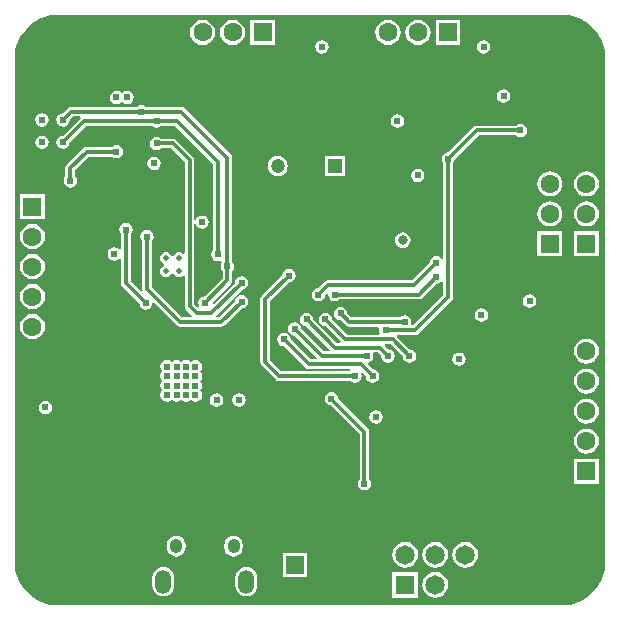
<source format=gbl>
G04*
G04 #@! TF.GenerationSoftware,Altium Limited,Altium Designer,21.7.1 (17)*
G04*
G04 Layer_Physical_Order=4*
G04 Layer_Color=16711680*
%FSLAX42Y42*%
%MOMM*%
G71*
G04*
G04 #@! TF.SameCoordinates,023FFD1A-8B7E-49EE-8FAD-F7FEFAD85E63*
G04*
G04*
G04 #@! TF.FilePolarity,Positive*
G04*
G01*
G75*
%ADD14C,0.30*%
%ADD81C,5.08*%
%ADD82O,1.35X2.00*%
%ADD83O,1.05X1.25*%
%ADD84C,1.60*%
%ADD85R,1.60X1.60*%
%ADD86R,1.20X1.20*%
%ADD87C,1.20*%
%ADD88R,1.60X1.60*%
%ADD89C,1.55*%
%ADD90R,1.55X1.55*%
%ADD91R,1.65X1.65*%
%ADD92C,1.65*%
%ADD93C,0.61*%
%ADD94C,0.40*%
%ADD95C,0.80*%
%ADD96C,0.50*%
G36*
X7202Y7494D02*
X7249Y7481D01*
X7294Y7463D01*
X7336Y7438D01*
X7374Y7409D01*
X7409Y7374D01*
X7438Y7336D01*
X7463Y7294D01*
X7481Y7249D01*
X7494Y7202D01*
X7500Y7154D01*
X7500Y7130D01*
X7500D01*
X7500Y2870D01*
Y2846D01*
X7494Y2798D01*
X7481Y2751D01*
X7463Y2706D01*
X7438Y2664D01*
X7409Y2626D01*
X7374Y2591D01*
X7336Y2562D01*
X7294Y2537D01*
X7249Y2519D01*
X7202Y2506D01*
X7154Y2500D01*
X7130D01*
X2870Y2500D01*
X2846D01*
X2798Y2506D01*
X2751Y2519D01*
X2706Y2537D01*
X2664Y2562D01*
X2626Y2591D01*
X2591Y2626D01*
X2562Y2664D01*
X2537Y2706D01*
X2519Y2751D01*
X2506Y2798D01*
X2500Y2846D01*
Y2870D01*
X2500Y7130D01*
Y7154D01*
X2506Y7202D01*
X2519Y7249D01*
X2537Y7294D01*
X2562Y7336D01*
X2591Y7374D01*
X2626Y7409D01*
X2664Y7438D01*
X2706Y7463D01*
X2751Y7481D01*
X2798Y7494D01*
X2846Y7500D01*
X2870Y7500D01*
X2870Y7500D01*
X7154D01*
X7202Y7494D01*
D02*
G37*
%LPC*%
G36*
X6273Y7455D02*
X6063D01*
Y7245D01*
X6273D01*
Y7455D01*
D02*
G37*
G36*
X4703D02*
X4493D01*
Y7245D01*
X4703D01*
Y7455D01*
D02*
G37*
G36*
X5914Y7456D02*
X5886Y7453D01*
X5861Y7442D01*
X5839Y7425D01*
X5822Y7403D01*
X5811Y7378D01*
X5808Y7350D01*
X5811Y7322D01*
X5822Y7297D01*
X5839Y7275D01*
X5861Y7258D01*
X5886Y7247D01*
X5914Y7244D01*
X5942Y7247D01*
X5967Y7258D01*
X5989Y7275D01*
X6006Y7297D01*
X6017Y7322D01*
X6020Y7350D01*
X6017Y7378D01*
X6006Y7403D01*
X5989Y7425D01*
X5967Y7442D01*
X5942Y7453D01*
X5914Y7456D01*
D02*
G37*
G36*
X5660D02*
X5632Y7453D01*
X5607Y7442D01*
X5585Y7425D01*
X5568Y7403D01*
X5557Y7378D01*
X5554Y7350D01*
X5557Y7322D01*
X5568Y7297D01*
X5585Y7275D01*
X5607Y7258D01*
X5632Y7247D01*
X5660Y7244D01*
X5688Y7247D01*
X5713Y7258D01*
X5735Y7275D01*
X5752Y7297D01*
X5763Y7322D01*
X5766Y7350D01*
X5763Y7378D01*
X5752Y7403D01*
X5735Y7425D01*
X5713Y7442D01*
X5688Y7453D01*
X5660Y7456D01*
D02*
G37*
G36*
X4344D02*
X4316Y7453D01*
X4291Y7442D01*
X4269Y7425D01*
X4252Y7403D01*
X4241Y7378D01*
X4238Y7350D01*
X4241Y7322D01*
X4252Y7297D01*
X4269Y7275D01*
X4291Y7258D01*
X4316Y7247D01*
X4344Y7244D01*
X4372Y7247D01*
X4397Y7258D01*
X4419Y7275D01*
X4436Y7297D01*
X4447Y7322D01*
X4450Y7350D01*
X4447Y7378D01*
X4436Y7403D01*
X4419Y7425D01*
X4397Y7442D01*
X4372Y7453D01*
X4344Y7456D01*
D02*
G37*
G36*
X4090D02*
X4062Y7453D01*
X4037Y7442D01*
X4015Y7425D01*
X3998Y7403D01*
X3987Y7378D01*
X3984Y7350D01*
X3987Y7322D01*
X3998Y7297D01*
X4015Y7275D01*
X4037Y7258D01*
X4062Y7247D01*
X4090Y7244D01*
X4118Y7247D01*
X4143Y7258D01*
X4165Y7275D01*
X4182Y7297D01*
X4193Y7322D01*
X4196Y7350D01*
X4193Y7378D01*
X4182Y7403D01*
X4165Y7425D01*
X4143Y7442D01*
X4118Y7453D01*
X4090Y7456D01*
D02*
G37*
G36*
X6470Y7284D02*
X6448Y7280D01*
X6430Y7268D01*
X6417Y7249D01*
X6413Y7228D01*
X6417Y7206D01*
X6430Y7187D01*
X6448Y7175D01*
X6470Y7171D01*
X6492Y7175D01*
X6510Y7187D01*
X6523Y7206D01*
X6527Y7228D01*
X6523Y7249D01*
X6510Y7268D01*
X6492Y7280D01*
X6470Y7284D01*
D02*
G37*
G36*
X5100D02*
X5078Y7280D01*
X5060Y7268D01*
X5047Y7249D01*
X5043Y7228D01*
X5047Y7206D01*
X5060Y7187D01*
X5078Y7175D01*
X5100Y7171D01*
X5122Y7175D01*
X5140Y7187D01*
X5153Y7206D01*
X5157Y7228D01*
X5153Y7249D01*
X5140Y7268D01*
X5122Y7280D01*
X5100Y7284D01*
D02*
G37*
G36*
X3450Y6857D02*
X3428Y6853D01*
X3414Y6843D01*
X3405Y6841D01*
X3396Y6843D01*
X3382Y6853D01*
X3360Y6857D01*
X3338Y6853D01*
X3320Y6840D01*
X3307Y6822D01*
X3303Y6800D01*
X3307Y6778D01*
X3320Y6760D01*
X3338Y6747D01*
X3360Y6743D01*
X3382Y6747D01*
X3396Y6757D01*
X3405Y6759D01*
X3414Y6757D01*
X3428Y6747D01*
X3450Y6743D01*
X3472Y6747D01*
X3490Y6760D01*
X3503Y6778D01*
X3507Y6800D01*
X3503Y6822D01*
X3490Y6840D01*
X3472Y6853D01*
X3450Y6857D01*
D02*
G37*
G36*
X6640Y6867D02*
X6618Y6863D01*
X6600Y6850D01*
X6587Y6832D01*
X6583Y6810D01*
X6587Y6788D01*
X6600Y6770D01*
X6618Y6757D01*
X6640Y6753D01*
X6662Y6757D01*
X6680Y6770D01*
X6693Y6788D01*
X6697Y6810D01*
X6693Y6832D01*
X6680Y6850D01*
X6662Y6863D01*
X6640Y6867D01*
D02*
G37*
G36*
X2730Y6667D02*
X2708Y6663D01*
X2690Y6650D01*
X2677Y6632D01*
X2673Y6610D01*
X2677Y6588D01*
X2690Y6570D01*
X2708Y6557D01*
X2730Y6553D01*
X2752Y6557D01*
X2770Y6570D01*
X2783Y6588D01*
X2787Y6610D01*
X2783Y6632D01*
X2770Y6650D01*
X2752Y6663D01*
X2730Y6667D01*
D02*
G37*
G36*
X5740Y6657D02*
X5718Y6653D01*
X5700Y6640D01*
X5687Y6622D01*
X5683Y6600D01*
X5687Y6578D01*
X5700Y6560D01*
X5718Y6547D01*
X5740Y6543D01*
X5762Y6547D01*
X5780Y6560D01*
X5793Y6578D01*
X5797Y6600D01*
X5793Y6622D01*
X5780Y6640D01*
X5762Y6653D01*
X5740Y6657D01*
D02*
G37*
G36*
X6780Y6577D02*
X6758Y6573D01*
X6741Y6561D01*
X6410D01*
X6394Y6558D01*
X6381Y6549D01*
X6168Y6337D01*
X6148Y6333D01*
X6130Y6320D01*
X6117Y6302D01*
X6113Y6280D01*
X6117Y6258D01*
X6129Y6241D01*
Y5435D01*
X6116Y5432D01*
X6110Y5440D01*
X6092Y5453D01*
X6070Y5457D01*
X6048Y5453D01*
X6030Y5440D01*
X6017Y5422D01*
X6013Y5402D01*
X5863Y5251D01*
X5150D01*
X5134Y5248D01*
X5121Y5239D01*
X5068Y5187D01*
X5048Y5183D01*
X5030Y5170D01*
X5017Y5152D01*
X5013Y5130D01*
X5017Y5108D01*
X5030Y5090D01*
X5048Y5077D01*
X5070Y5073D01*
X5092Y5077D01*
X5110Y5090D01*
X5123Y5108D01*
X5127Y5128D01*
X5143Y5145D01*
X5155Y5138D01*
X5153Y5130D01*
X5157Y5108D01*
X5170Y5090D01*
X5188Y5077D01*
X5210Y5073D01*
X5232Y5077D01*
X5249Y5089D01*
X5920D01*
X5936Y5092D01*
X5949Y5101D01*
X6072Y5223D01*
X6092Y5227D01*
X6110Y5240D01*
X6116Y5248D01*
X6129Y5245D01*
Y5127D01*
X5873Y4871D01*
X5860Y4872D01*
X5854Y4883D01*
X5857Y4900D01*
X5853Y4922D01*
X5840Y4940D01*
X5822Y4953D01*
X5800Y4957D01*
X5778Y4953D01*
X5761Y4941D01*
X5347D01*
X5317Y4972D01*
X5313Y4992D01*
X5300Y5010D01*
X5282Y5023D01*
X5260Y5027D01*
X5238Y5023D01*
X5220Y5010D01*
X5207Y4992D01*
X5203Y4970D01*
X5207Y4948D01*
X5220Y4930D01*
X5238Y4917D01*
X5258Y4913D01*
X5301Y4871D01*
X5314Y4862D01*
X5330Y4859D01*
X5579D01*
X5586Y4846D01*
X5583Y4829D01*
X5587Y4807D01*
X5591Y4802D01*
X5585Y4791D01*
X5317D01*
X5187Y4922D01*
X5183Y4942D01*
X5170Y4960D01*
X5152Y4973D01*
X5130Y4977D01*
X5108Y4973D01*
X5090Y4960D01*
X5077Y4942D01*
X5073Y4920D01*
X5077Y4898D01*
X5090Y4880D01*
X5108Y4867D01*
X5128Y4863D01*
X5258Y4734D01*
X5253Y4722D01*
X5226D01*
X5027Y4922D01*
X5023Y4942D01*
X5010Y4960D01*
X4992Y4973D01*
X4970Y4977D01*
X4948Y4973D01*
X4930Y4960D01*
X4917Y4942D01*
X4913Y4920D01*
X4917Y4898D01*
X4930Y4880D01*
X4948Y4867D01*
X4968Y4863D01*
X5168Y4664D01*
X5163Y4651D01*
X5117D01*
X4927Y4842D01*
X4923Y4862D01*
X4910Y4880D01*
X4892Y4893D01*
X4870Y4897D01*
X4848Y4893D01*
X4830Y4880D01*
X4817Y4862D01*
X4813Y4840D01*
X4817Y4818D01*
X4830Y4800D01*
X4848Y4787D01*
X4868Y4783D01*
X5059Y4593D01*
X5054Y4581D01*
X5007D01*
X4837Y4752D01*
X4833Y4772D01*
X4820Y4790D01*
X4802Y4803D01*
X4780Y4807D01*
X4758Y4803D01*
X4740Y4790D01*
X4727Y4772D01*
X4723Y4750D01*
X4727Y4728D01*
X4740Y4710D01*
X4758Y4697D01*
X4778Y4693D01*
X4961Y4511D01*
X4974Y4502D01*
X4990Y4499D01*
X5336D01*
X5342Y4486D01*
X5337Y4481D01*
X4757D01*
X4661Y4577D01*
Y5073D01*
X4822Y5233D01*
X4842Y5237D01*
X4860Y5250D01*
X4873Y5268D01*
X4877Y5290D01*
X4873Y5312D01*
X4860Y5330D01*
X4842Y5343D01*
X4820Y5347D01*
X4798Y5343D01*
X4780Y5330D01*
X4767Y5312D01*
X4763Y5292D01*
X4591Y5119D01*
X4582Y5106D01*
X4579Y5090D01*
Y4560D01*
X4582Y4544D01*
X4591Y4531D01*
X4711Y4411D01*
X4724Y4402D01*
X4740Y4399D01*
X5341D01*
X5358Y4387D01*
X5380Y4383D01*
X5402Y4387D01*
X5420Y4400D01*
X5433Y4418D01*
X5437Y4440D01*
X5433Y4461D01*
X5433Y4462D01*
X5446Y4466D01*
X5473Y4438D01*
X5477Y4418D01*
X5490Y4400D01*
X5508Y4387D01*
X5530Y4383D01*
X5552Y4387D01*
X5570Y4400D01*
X5583Y4418D01*
X5587Y4440D01*
X5583Y4462D01*
X5570Y4480D01*
X5552Y4493D01*
X5532Y4497D01*
X5487Y4541D01*
X5491Y4555D01*
X5502Y4557D01*
X5520Y4570D01*
X5533Y4588D01*
X5537Y4610D01*
X5534Y4627D01*
X5541Y4640D01*
X5572D01*
X5603Y4608D01*
X5607Y4588D01*
X5620Y4570D01*
X5638Y4557D01*
X5660Y4553D01*
X5682Y4557D01*
X5700Y4570D01*
X5713Y4588D01*
X5717Y4610D01*
X5713Y4632D01*
X5700Y4650D01*
X5682Y4663D01*
X5662Y4667D01*
X5631Y4697D01*
X5636Y4709D01*
X5683D01*
X5783Y4608D01*
X5787Y4588D01*
X5800Y4570D01*
X5818Y4557D01*
X5840Y4553D01*
X5862Y4557D01*
X5880Y4570D01*
X5893Y4588D01*
X5897Y4610D01*
X5893Y4632D01*
X5880Y4650D01*
X5862Y4663D01*
X5842Y4667D01*
X5733Y4775D01*
X5738Y4788D01*
X5889D01*
X5905Y4791D01*
X5918Y4800D01*
X6199Y5081D01*
X6208Y5094D01*
X6211Y5110D01*
Y6241D01*
X6223Y6258D01*
X6227Y6278D01*
X6427Y6479D01*
X6741D01*
X6758Y6467D01*
X6780Y6463D01*
X6802Y6467D01*
X6820Y6480D01*
X6833Y6498D01*
X6837Y6520D01*
X6833Y6542D01*
X6820Y6560D01*
X6802Y6573D01*
X6780Y6577D01*
D02*
G37*
G36*
X2730Y6477D02*
X2708Y6473D01*
X2690Y6460D01*
X2677Y6442D01*
X2673Y6420D01*
X2677Y6398D01*
X2690Y6380D01*
X2708Y6367D01*
X2730Y6363D01*
X2752Y6367D01*
X2770Y6380D01*
X2783Y6398D01*
X2787Y6420D01*
X2783Y6442D01*
X2770Y6460D01*
X2752Y6473D01*
X2730Y6477D01*
D02*
G37*
G36*
X3360Y6397D02*
X3338Y6393D01*
X3321Y6381D01*
X3108D01*
X3092Y6378D01*
X3078Y6369D01*
X2941Y6232D01*
X2932Y6218D01*
X2929Y6203D01*
Y6131D01*
X2917Y6114D01*
X2913Y6092D01*
X2917Y6071D01*
X2930Y6052D01*
X2948Y6040D01*
X2970Y6036D01*
X2992Y6040D01*
X3010Y6052D01*
X3023Y6071D01*
X3027Y6092D01*
X3023Y6114D01*
X3011Y6131D01*
Y6185D01*
X3125Y6299D01*
X3321D01*
X3338Y6287D01*
X3360Y6283D01*
X3382Y6287D01*
X3400Y6300D01*
X3413Y6318D01*
X3417Y6340D01*
X3413Y6362D01*
X3400Y6380D01*
X3382Y6393D01*
X3360Y6397D01*
D02*
G37*
G36*
X3680Y6297D02*
X3658Y6293D01*
X3640Y6280D01*
X3627Y6262D01*
X3623Y6240D01*
X3627Y6218D01*
X3640Y6200D01*
X3658Y6187D01*
X3680Y6183D01*
X3702Y6187D01*
X3720Y6200D01*
X3733Y6218D01*
X3737Y6240D01*
X3733Y6262D01*
X3720Y6280D01*
X3702Y6293D01*
X3680Y6297D01*
D02*
G37*
G36*
X5299Y6305D02*
X5129D01*
Y6135D01*
X5299D01*
Y6305D01*
D02*
G37*
G36*
X4726Y6306D02*
X4704Y6303D01*
X4683Y6295D01*
X4665Y6281D01*
X4651Y6263D01*
X4643Y6242D01*
X4640Y6220D01*
X4643Y6198D01*
X4651Y6177D01*
X4665Y6159D01*
X4683Y6145D01*
X4704Y6137D01*
X4726Y6134D01*
X4748Y6137D01*
X4769Y6145D01*
X4787Y6159D01*
X4801Y6177D01*
X4809Y6198D01*
X4812Y6220D01*
X4809Y6242D01*
X4801Y6263D01*
X4787Y6281D01*
X4769Y6295D01*
X4748Y6303D01*
X4726Y6306D01*
D02*
G37*
G36*
X5912Y6197D02*
X5891Y6193D01*
X5872Y6180D01*
X5860Y6162D01*
X5856Y6140D01*
X5860Y6118D01*
X5872Y6100D01*
X5891Y6087D01*
X5912Y6083D01*
X5934Y6087D01*
X5953Y6100D01*
X5965Y6118D01*
X5969Y6140D01*
X5965Y6162D01*
X5953Y6180D01*
X5934Y6193D01*
X5912Y6197D01*
D02*
G37*
G36*
X7340Y6174D02*
X7312Y6171D01*
X7287Y6160D01*
X7265Y6143D01*
X7248Y6121D01*
X7237Y6096D01*
X7234Y6068D01*
X7237Y6040D01*
X7248Y6015D01*
X7265Y5993D01*
X7287Y5976D01*
X7312Y5965D01*
X7340Y5962D01*
X7368Y5965D01*
X7393Y5976D01*
X7415Y5993D01*
X7432Y6015D01*
X7443Y6040D01*
X7446Y6068D01*
X7443Y6096D01*
X7432Y6121D01*
X7415Y6143D01*
X7393Y6160D01*
X7368Y6171D01*
X7340Y6174D01*
D02*
G37*
G36*
X7030D02*
X7002Y6171D01*
X6977Y6160D01*
X6955Y6143D01*
X6938Y6121D01*
X6927Y6096D01*
X6924Y6068D01*
X6927Y6040D01*
X6938Y6015D01*
X6955Y5993D01*
X6977Y5976D01*
X7002Y5965D01*
X7030Y5962D01*
X7058Y5965D01*
X7083Y5976D01*
X7105Y5993D01*
X7122Y6015D01*
X7133Y6040D01*
X7136Y6068D01*
X7133Y6096D01*
X7122Y6121D01*
X7105Y6143D01*
X7083Y6160D01*
X7058Y6171D01*
X7030Y6174D01*
D02*
G37*
G36*
X2755Y5980D02*
X2544D01*
Y5770D01*
X2755D01*
Y5980D01*
D02*
G37*
G36*
X7340Y5920D02*
X7312Y5917D01*
X7287Y5906D01*
X7265Y5889D01*
X7248Y5867D01*
X7237Y5842D01*
X7234Y5814D01*
X7237Y5786D01*
X7248Y5761D01*
X7265Y5739D01*
X7287Y5722D01*
X7312Y5711D01*
X7340Y5708D01*
X7368Y5711D01*
X7393Y5722D01*
X7415Y5739D01*
X7432Y5761D01*
X7443Y5786D01*
X7446Y5814D01*
X7443Y5842D01*
X7432Y5867D01*
X7415Y5889D01*
X7393Y5906D01*
X7368Y5917D01*
X7340Y5920D01*
D02*
G37*
G36*
X7030D02*
X7002Y5917D01*
X6977Y5906D01*
X6955Y5889D01*
X6938Y5867D01*
X6927Y5842D01*
X6924Y5814D01*
X6927Y5786D01*
X6938Y5761D01*
X6955Y5739D01*
X6977Y5722D01*
X7002Y5711D01*
X7030Y5708D01*
X7058Y5711D01*
X7083Y5722D01*
X7105Y5739D01*
X7122Y5761D01*
X7133Y5786D01*
X7136Y5814D01*
X7133Y5842D01*
X7122Y5867D01*
X7105Y5889D01*
X7083Y5906D01*
X7058Y5917D01*
X7030Y5920D01*
D02*
G37*
G36*
X3570Y6737D02*
X3548Y6733D01*
X3531Y6721D01*
X2980D01*
X2964Y6718D01*
X2951Y6709D01*
X2908Y6667D01*
X2888Y6663D01*
X2870Y6650D01*
X2857Y6632D01*
X2853Y6610D01*
X2857Y6588D01*
X2870Y6570D01*
X2888Y6557D01*
X2910Y6553D01*
X2932Y6557D01*
X2950Y6570D01*
X2963Y6588D01*
X2967Y6608D01*
X2997Y6639D01*
X3053D01*
X3056Y6634D01*
X3058Y6626D01*
X2908Y6477D01*
X2888Y6473D01*
X2870Y6460D01*
X2857Y6442D01*
X2853Y6420D01*
X2857Y6398D01*
X2870Y6380D01*
X2888Y6367D01*
X2910Y6363D01*
X2932Y6367D01*
X2950Y6380D01*
X2963Y6398D01*
X2967Y6418D01*
X3106Y6558D01*
X3661D01*
X3678Y6546D01*
X3700Y6542D01*
X3722Y6546D01*
X3739Y6558D01*
X3854D01*
X4179Y6233D01*
Y5509D01*
X4167Y5492D01*
X4163Y5470D01*
X4167Y5448D01*
X4180Y5430D01*
X4198Y5417D01*
X4220Y5413D01*
X4242Y5417D01*
X4254Y5410D01*
X4255Y5404D01*
X4247Y5392D01*
X4243Y5370D01*
X4247Y5348D01*
X4259Y5331D01*
Y5267D01*
X4108Y5117D01*
X4088Y5113D01*
X4070Y5100D01*
X4057Y5082D01*
X4053Y5060D01*
X4057Y5038D01*
X4061Y5033D01*
X4055Y5019D01*
X4050Y5018D01*
X4021Y5047D01*
Y5724D01*
X4034Y5725D01*
X4035Y5721D01*
X4047Y5702D01*
X4066Y5690D01*
X4088Y5686D01*
X4109Y5690D01*
X4128Y5702D01*
X4140Y5721D01*
X4144Y5742D01*
X4140Y5764D01*
X4128Y5783D01*
X4109Y5795D01*
X4088Y5799D01*
X4066Y5795D01*
X4047Y5783D01*
X4035Y5764D01*
X4034Y5760D01*
X4021Y5761D01*
Y6270D01*
X4018Y6286D01*
X4009Y6299D01*
X3869Y6439D01*
X3856Y6448D01*
X3840Y6451D01*
X3739D01*
X3722Y6463D01*
X3700Y6467D01*
X3678Y6463D01*
X3660Y6450D01*
X3647Y6432D01*
X3643Y6410D01*
X3647Y6388D01*
X3660Y6370D01*
X3678Y6357D01*
X3700Y6353D01*
X3722Y6357D01*
X3739Y6369D01*
X3823D01*
X3939Y6253D01*
Y5481D01*
X3926Y5476D01*
X3910Y5487D01*
X3890Y5491D01*
X3870Y5487D01*
X3854Y5476D01*
X3843Y5460D01*
X3841Y5454D01*
X3829D01*
X3827Y5460D01*
X3816Y5476D01*
X3800Y5487D01*
X3780Y5491D01*
X3760Y5487D01*
X3744Y5476D01*
X3733Y5460D01*
X3729Y5440D01*
X3733Y5420D01*
X3744Y5404D01*
X3760Y5393D01*
X3766Y5391D01*
Y5379D01*
X3760Y5377D01*
X3744Y5366D01*
X3733Y5350D01*
X3729Y5330D01*
X3733Y5310D01*
X3744Y5294D01*
X3760Y5283D01*
X3780Y5279D01*
X3800Y5283D01*
X3816Y5294D01*
X3827Y5310D01*
X3829Y5316D01*
X3841D01*
X3843Y5310D01*
X3854Y5294D01*
X3870Y5283D01*
X3890Y5279D01*
X3910Y5283D01*
X3926Y5294D01*
X3939Y5289D01*
Y5030D01*
X3942Y5014D01*
X3951Y5001D01*
X3999Y4953D01*
X3994Y4941D01*
X3917D01*
X3661Y5197D01*
Y5581D01*
X3673Y5598D01*
X3677Y5620D01*
X3673Y5642D01*
X3660Y5660D01*
X3642Y5673D01*
X3620Y5677D01*
X3598Y5673D01*
X3580Y5660D01*
X3567Y5642D01*
X3563Y5620D01*
X3567Y5598D01*
X3579Y5581D01*
Y5180D01*
X3582Y5164D01*
X3572Y5156D01*
X3481Y5247D01*
Y5641D01*
X3493Y5658D01*
X3497Y5680D01*
X3493Y5702D01*
X3480Y5720D01*
X3462Y5733D01*
X3440Y5737D01*
X3418Y5733D01*
X3400Y5720D01*
X3387Y5702D01*
X3383Y5680D01*
X3387Y5658D01*
X3399Y5641D01*
Y5512D01*
X3386Y5508D01*
X3383Y5513D01*
X3364Y5525D01*
X3342Y5529D01*
X3321Y5525D01*
X3302Y5513D01*
X3290Y5494D01*
X3286Y5472D01*
X3290Y5451D01*
X3302Y5432D01*
X3321Y5420D01*
X3342Y5416D01*
X3364Y5420D01*
X3383Y5432D01*
X3386Y5437D01*
X3399Y5433D01*
Y5230D01*
X3402Y5214D01*
X3411Y5201D01*
X3553Y5058D01*
X3557Y5038D01*
X3570Y5020D01*
X3588Y5007D01*
X3610Y5003D01*
X3632Y5007D01*
X3650Y5020D01*
X3663Y5038D01*
X3666Y5057D01*
X3678Y5063D01*
X3871Y4871D01*
X3884Y4862D01*
X3900Y4859D01*
X4250D01*
X4266Y4862D01*
X4279Y4871D01*
X4422Y5013D01*
X4442Y5017D01*
X4460Y5030D01*
X4473Y5048D01*
X4477Y5070D01*
X4473Y5092D01*
X4460Y5110D01*
X4442Y5123D01*
X4420Y5127D01*
X4398Y5123D01*
X4380Y5110D01*
X4367Y5092D01*
X4363Y5072D01*
X4233Y4941D01*
X4206D01*
X4201Y4953D01*
X4422Y5173D01*
X4442Y5177D01*
X4460Y5190D01*
X4473Y5208D01*
X4477Y5230D01*
X4473Y5252D01*
X4460Y5270D01*
X4442Y5283D01*
X4420Y5287D01*
X4398Y5283D01*
X4380Y5270D01*
X4367Y5252D01*
X4363Y5232D01*
X4184Y5053D01*
X4171Y5058D01*
X4171Y5063D01*
X4329Y5221D01*
X4338Y5234D01*
X4341Y5250D01*
Y5331D01*
X4353Y5348D01*
X4357Y5370D01*
X4353Y5392D01*
X4341Y5409D01*
Y6290D01*
X4338Y6306D01*
X4329Y6319D01*
X3939Y6709D01*
X3926Y6718D01*
X3910Y6721D01*
X3609D01*
X3592Y6733D01*
X3570Y6737D01*
D02*
G37*
G36*
X5785Y5656D02*
X5768Y5654D01*
X5752Y5647D01*
X5739Y5637D01*
X5728Y5623D01*
X5721Y5607D01*
X5719Y5590D01*
X5721Y5573D01*
X5728Y5557D01*
X5739Y5543D01*
X5752Y5533D01*
X5768Y5526D01*
X5785Y5524D01*
X5802Y5526D01*
X5818Y5533D01*
X5832Y5543D01*
X5842Y5557D01*
X5849Y5573D01*
X5851Y5590D01*
X5849Y5607D01*
X5842Y5623D01*
X5832Y5637D01*
X5818Y5647D01*
X5802Y5654D01*
X5785Y5656D01*
D02*
G37*
G36*
X2650Y5727D02*
X2622Y5724D01*
X2597Y5713D01*
X2575Y5696D01*
X2558Y5674D01*
X2547Y5649D01*
X2544Y5621D01*
X2547Y5593D01*
X2558Y5568D01*
X2575Y5546D01*
X2597Y5529D01*
X2622Y5518D01*
X2650Y5515D01*
X2677Y5518D01*
X2703Y5529D01*
X2725Y5546D01*
X2742Y5568D01*
X2753Y5593D01*
X2756Y5621D01*
X2753Y5649D01*
X2742Y5674D01*
X2725Y5696D01*
X2703Y5713D01*
X2677Y5724D01*
X2650Y5727D01*
D02*
G37*
G36*
X7445Y5665D02*
X7235D01*
Y5455D01*
X7445D01*
Y5665D01*
D02*
G37*
G36*
X7135D02*
X6925D01*
Y5455D01*
X7135D01*
Y5665D01*
D02*
G37*
G36*
X2650Y5473D02*
X2622Y5470D01*
X2597Y5459D01*
X2575Y5442D01*
X2558Y5420D01*
X2547Y5395D01*
X2544Y5367D01*
X2547Y5339D01*
X2558Y5314D01*
X2575Y5292D01*
X2597Y5275D01*
X2622Y5264D01*
X2650Y5261D01*
X2677Y5264D01*
X2703Y5275D01*
X2725Y5292D01*
X2742Y5314D01*
X2753Y5339D01*
X2756Y5367D01*
X2753Y5395D01*
X2742Y5420D01*
X2725Y5442D01*
X2703Y5459D01*
X2677Y5470D01*
X2650Y5473D01*
D02*
G37*
G36*
X6860Y5132D02*
X6838Y5128D01*
X6820Y5115D01*
X6807Y5097D01*
X6803Y5075D01*
X6807Y5053D01*
X6820Y5035D01*
X6838Y5022D01*
X6860Y5018D01*
X6882Y5022D01*
X6900Y5035D01*
X6913Y5053D01*
X6917Y5075D01*
X6913Y5097D01*
X6900Y5115D01*
X6882Y5128D01*
X6860Y5132D01*
D02*
G37*
G36*
X2650Y5219D02*
X2622Y5216D01*
X2597Y5205D01*
X2575Y5188D01*
X2558Y5166D01*
X2547Y5141D01*
X2544Y5113D01*
X2547Y5085D01*
X2558Y5060D01*
X2575Y5038D01*
X2597Y5021D01*
X2622Y5010D01*
X2650Y5007D01*
X2677Y5010D01*
X2703Y5021D01*
X2725Y5038D01*
X2742Y5060D01*
X2753Y5085D01*
X2756Y5113D01*
X2753Y5141D01*
X2742Y5166D01*
X2725Y5188D01*
X2703Y5205D01*
X2677Y5216D01*
X2650Y5219D01*
D02*
G37*
G36*
X6450Y5014D02*
X6428Y5010D01*
X6410Y4998D01*
X6397Y4979D01*
X6393Y4958D01*
X6397Y4936D01*
X6410Y4917D01*
X6428Y4905D01*
X6450Y4901D01*
X6472Y4905D01*
X6490Y4917D01*
X6503Y4936D01*
X6507Y4958D01*
X6503Y4979D01*
X6490Y4998D01*
X6472Y5010D01*
X6450Y5014D01*
D02*
G37*
G36*
X2650Y4965D02*
X2622Y4962D01*
X2597Y4951D01*
X2575Y4934D01*
X2558Y4912D01*
X2547Y4887D01*
X2544Y4859D01*
X2547Y4831D01*
X2558Y4806D01*
X2575Y4784D01*
X2597Y4767D01*
X2622Y4756D01*
X2650Y4753D01*
X2677Y4756D01*
X2703Y4767D01*
X2725Y4784D01*
X2742Y4806D01*
X2753Y4831D01*
X2756Y4859D01*
X2753Y4887D01*
X2742Y4912D01*
X2725Y4934D01*
X2703Y4951D01*
X2677Y4962D01*
X2650Y4965D01*
D02*
G37*
G36*
X4030Y4577D02*
X4008Y4573D01*
X3990Y4561D01*
X3972Y4573D01*
X3950Y4577D01*
X3928Y4573D01*
X3910Y4561D01*
X3892Y4573D01*
X3870Y4577D01*
X3848Y4573D01*
X3830Y4561D01*
X3812Y4573D01*
X3790Y4577D01*
X3768Y4573D01*
X3750Y4560D01*
X3737Y4542D01*
X3733Y4520D01*
X3737Y4498D01*
X3749Y4480D01*
X3737Y4462D01*
X3733Y4440D01*
X3737Y4418D01*
X3749Y4400D01*
X3737Y4382D01*
X3733Y4360D01*
X3737Y4338D01*
X3749Y4320D01*
X3737Y4302D01*
X3733Y4280D01*
X3737Y4258D01*
X3750Y4240D01*
X3768Y4227D01*
X3790Y4223D01*
X3812Y4227D01*
X3830Y4239D01*
X3848Y4227D01*
X3870Y4223D01*
X3892Y4227D01*
X3910Y4239D01*
X3928Y4227D01*
X3950Y4223D01*
X3972Y4227D01*
X3990Y4239D01*
X4008Y4227D01*
X4030Y4223D01*
X4052Y4227D01*
X4070Y4240D01*
X4083Y4258D01*
X4087Y4280D01*
X4083Y4302D01*
X4071Y4320D01*
X4083Y4338D01*
X4087Y4360D01*
X4083Y4382D01*
X4071Y4400D01*
X4083Y4418D01*
X4087Y4440D01*
X4083Y4462D01*
X4071Y4480D01*
X4083Y4498D01*
X4087Y4520D01*
X4083Y4542D01*
X4070Y4560D01*
X4052Y4573D01*
X4030Y4577D01*
D02*
G37*
G36*
X7340Y4757D02*
X7312Y4754D01*
X7287Y4743D01*
X7265Y4726D01*
X7248Y4704D01*
X7237Y4679D01*
X7234Y4651D01*
X7237Y4623D01*
X7248Y4598D01*
X7265Y4576D01*
X7287Y4559D01*
X7312Y4548D01*
X7340Y4545D01*
X7368Y4548D01*
X7393Y4559D01*
X7415Y4576D01*
X7432Y4598D01*
X7443Y4623D01*
X7446Y4651D01*
X7443Y4679D01*
X7432Y4704D01*
X7415Y4726D01*
X7393Y4743D01*
X7368Y4754D01*
X7340Y4757D01*
D02*
G37*
G36*
X6262Y4639D02*
X6241Y4635D01*
X6222Y4623D01*
X6210Y4604D01*
X6206Y4583D01*
X6210Y4561D01*
X6222Y4542D01*
X6241Y4530D01*
X6262Y4526D01*
X6284Y4530D01*
X6303Y4542D01*
X6315Y4561D01*
X6319Y4583D01*
X6315Y4604D01*
X6303Y4623D01*
X6284Y4635D01*
X6262Y4639D01*
D02*
G37*
G36*
X7340Y4503D02*
X7312Y4500D01*
X7287Y4489D01*
X7265Y4472D01*
X7248Y4450D01*
X7237Y4425D01*
X7234Y4397D01*
X7237Y4369D01*
X7248Y4344D01*
X7265Y4322D01*
X7287Y4305D01*
X7312Y4294D01*
X7340Y4291D01*
X7368Y4294D01*
X7393Y4305D01*
X7415Y4322D01*
X7432Y4344D01*
X7443Y4369D01*
X7446Y4397D01*
X7443Y4425D01*
X7432Y4450D01*
X7415Y4472D01*
X7393Y4489D01*
X7368Y4500D01*
X7340Y4503D01*
D02*
G37*
G36*
X4400Y4294D02*
X4378Y4290D01*
X4360Y4278D01*
X4347Y4259D01*
X4343Y4238D01*
X4347Y4216D01*
X4360Y4197D01*
X4378Y4185D01*
X4400Y4181D01*
X4422Y4185D01*
X4440Y4197D01*
X4453Y4216D01*
X4457Y4238D01*
X4453Y4259D01*
X4440Y4278D01*
X4422Y4290D01*
X4400Y4294D01*
D02*
G37*
G36*
X4210D02*
X4188Y4290D01*
X4170Y4278D01*
X4157Y4259D01*
X4153Y4238D01*
X4157Y4216D01*
X4170Y4197D01*
X4188Y4185D01*
X4210Y4181D01*
X4232Y4185D01*
X4250Y4197D01*
X4263Y4216D01*
X4267Y4238D01*
X4263Y4259D01*
X4250Y4278D01*
X4232Y4290D01*
X4210Y4294D01*
D02*
G37*
G36*
X2760Y4232D02*
X2738Y4228D01*
X2720Y4215D01*
X2707Y4197D01*
X2703Y4175D01*
X2707Y4153D01*
X2720Y4135D01*
X2738Y4122D01*
X2760Y4118D01*
X2782Y4122D01*
X2800Y4135D01*
X2813Y4153D01*
X2817Y4175D01*
X2813Y4197D01*
X2800Y4215D01*
X2782Y4228D01*
X2760Y4232D01*
D02*
G37*
G36*
X7340Y4249D02*
X7312Y4246D01*
X7287Y4235D01*
X7265Y4218D01*
X7248Y4196D01*
X7237Y4171D01*
X7234Y4143D01*
X7237Y4115D01*
X7248Y4090D01*
X7265Y4068D01*
X7287Y4051D01*
X7312Y4040D01*
X7340Y4037D01*
X7368Y4040D01*
X7393Y4051D01*
X7415Y4068D01*
X7432Y4090D01*
X7443Y4115D01*
X7446Y4143D01*
X7443Y4171D01*
X7432Y4196D01*
X7415Y4218D01*
X7393Y4235D01*
X7368Y4246D01*
X7340Y4249D01*
D02*
G37*
G36*
X5560Y4149D02*
X5538Y4145D01*
X5520Y4133D01*
X5507Y4114D01*
X5503Y4092D01*
X5507Y4071D01*
X5520Y4052D01*
X5538Y4040D01*
X5560Y4036D01*
X5582Y4040D01*
X5600Y4052D01*
X5613Y4071D01*
X5617Y4092D01*
X5613Y4114D01*
X5600Y4133D01*
X5582Y4145D01*
X5560Y4149D01*
D02*
G37*
G36*
X7340Y3995D02*
X7312Y3992D01*
X7287Y3981D01*
X7265Y3964D01*
X7248Y3942D01*
X7237Y3917D01*
X7234Y3889D01*
X7237Y3861D01*
X7248Y3836D01*
X7265Y3814D01*
X7287Y3797D01*
X7312Y3786D01*
X7340Y3783D01*
X7368Y3786D01*
X7393Y3797D01*
X7415Y3814D01*
X7432Y3836D01*
X7443Y3861D01*
X7446Y3889D01*
X7443Y3917D01*
X7432Y3942D01*
X7415Y3964D01*
X7393Y3981D01*
X7368Y3992D01*
X7340Y3995D01*
D02*
G37*
G36*
X7445Y3740D02*
X7235D01*
Y3530D01*
X7445D01*
Y3740D01*
D02*
G37*
G36*
X5180Y4307D02*
X5158Y4303D01*
X5140Y4290D01*
X5127Y4272D01*
X5123Y4250D01*
X5127Y4228D01*
X5140Y4210D01*
X5158Y4197D01*
X5178Y4193D01*
X5419Y3953D01*
Y3569D01*
X5407Y3552D01*
X5403Y3530D01*
X5407Y3508D01*
X5420Y3490D01*
X5438Y3477D01*
X5460Y3473D01*
X5482Y3477D01*
X5500Y3490D01*
X5513Y3508D01*
X5517Y3530D01*
X5513Y3552D01*
X5501Y3569D01*
Y3970D01*
X5498Y3986D01*
X5489Y3999D01*
X5237Y4252D01*
X5233Y4272D01*
X5220Y4290D01*
X5202Y4303D01*
X5180Y4307D01*
D02*
G37*
G36*
X4353Y3089D02*
X4332Y3086D01*
X4313Y3078D01*
X4297Y3066D01*
X4284Y3049D01*
X4277Y3030D01*
X4274Y3010D01*
Y2990D01*
X4277Y2970D01*
X4284Y2951D01*
X4297Y2934D01*
X4313Y2922D01*
X4332Y2914D01*
X4353Y2911D01*
X4373Y2914D01*
X4392Y2922D01*
X4408Y2934D01*
X4421Y2951D01*
X4428Y2970D01*
X4431Y2990D01*
Y3010D01*
X4428Y3030D01*
X4421Y3049D01*
X4408Y3066D01*
X4392Y3078D01*
X4373Y3086D01*
X4353Y3089D01*
D02*
G37*
G36*
X3867D02*
X3847Y3086D01*
X3828Y3078D01*
X3812Y3066D01*
X3799Y3049D01*
X3792Y3030D01*
X3789Y3010D01*
Y2990D01*
X3792Y2970D01*
X3799Y2951D01*
X3812Y2934D01*
X3828Y2922D01*
X3847Y2914D01*
X3867Y2911D01*
X3888Y2914D01*
X3907Y2922D01*
X3923Y2934D01*
X3936Y2951D01*
X3943Y2970D01*
X3946Y2990D01*
Y3010D01*
X3943Y3030D01*
X3936Y3049D01*
X3923Y3066D01*
X3907Y3078D01*
X3888Y3086D01*
X3867Y3089D01*
D02*
G37*
G36*
X6314Y3036D02*
X6286Y3032D01*
X6260Y3021D01*
X6237Y3004D01*
X6220Y2981D01*
X6209Y2955D01*
X6205Y2927D01*
X6209Y2899D01*
X6220Y2873D01*
X6237Y2850D01*
X6260Y2833D01*
X6286Y2822D01*
X6314Y2818D01*
X6342Y2822D01*
X6368Y2833D01*
X6391Y2850D01*
X6408Y2873D01*
X6419Y2899D01*
X6423Y2927D01*
X6419Y2955D01*
X6408Y2981D01*
X6391Y3004D01*
X6368Y3021D01*
X6342Y3032D01*
X6314Y3036D01*
D02*
G37*
G36*
X6060D02*
X6032Y3032D01*
X6006Y3021D01*
X5983Y3004D01*
X5966Y2981D01*
X5955Y2955D01*
X5951Y2927D01*
X5955Y2899D01*
X5966Y2873D01*
X5983Y2850D01*
X6006Y2833D01*
X6032Y2822D01*
X6060Y2818D01*
X6088Y2822D01*
X6114Y2833D01*
X6137Y2850D01*
X6154Y2873D01*
X6165Y2899D01*
X6169Y2927D01*
X6165Y2955D01*
X6154Y2981D01*
X6137Y3004D01*
X6114Y3021D01*
X6088Y3032D01*
X6060Y3036D01*
D02*
G37*
G36*
X5806D02*
X5778Y3032D01*
X5752Y3021D01*
X5729Y3004D01*
X5712Y2981D01*
X5701Y2955D01*
X5697Y2927D01*
X5701Y2899D01*
X5712Y2873D01*
X5729Y2850D01*
X5752Y2833D01*
X5778Y2822D01*
X5806Y2818D01*
X5834Y2822D01*
X5860Y2833D01*
X5883Y2850D01*
X5900Y2873D01*
X5911Y2899D01*
X5915Y2927D01*
X5911Y2955D01*
X5900Y2981D01*
X5883Y3004D01*
X5860Y3021D01*
X5834Y3032D01*
X5806Y3036D01*
D02*
G37*
G36*
X4976Y2943D02*
X4770D01*
Y2737D01*
X4976D01*
Y2943D01*
D02*
G37*
G36*
X4461Y2826D02*
X4437Y2823D01*
X4414Y2814D01*
X4395Y2799D01*
X4380Y2779D01*
X4371Y2757D01*
X4368Y2733D01*
Y2667D01*
X4371Y2643D01*
X4380Y2621D01*
X4395Y2601D01*
X4414Y2586D01*
X4437Y2577D01*
X4461Y2574D01*
X4486Y2577D01*
X4508Y2586D01*
X4528Y2601D01*
X4542Y2621D01*
X4552Y2643D01*
X4555Y2667D01*
Y2733D01*
X4552Y2757D01*
X4542Y2779D01*
X4528Y2799D01*
X4508Y2814D01*
X4486Y2823D01*
X4461Y2826D01*
D02*
G37*
G36*
X3759D02*
X3734Y2823D01*
X3712Y2814D01*
X3692Y2799D01*
X3678Y2779D01*
X3668Y2757D01*
X3665Y2733D01*
Y2667D01*
X3668Y2643D01*
X3678Y2621D01*
X3692Y2601D01*
X3712Y2586D01*
X3734Y2577D01*
X3759Y2574D01*
X3783Y2577D01*
X3806Y2586D01*
X3825Y2601D01*
X3840Y2621D01*
X3849Y2643D01*
X3852Y2667D01*
Y2733D01*
X3849Y2757D01*
X3840Y2779D01*
X3825Y2799D01*
X3806Y2814D01*
X3783Y2823D01*
X3759Y2826D01*
D02*
G37*
G36*
X5914Y2781D02*
X5698D01*
Y2565D01*
X5914D01*
Y2781D01*
D02*
G37*
G36*
X6060Y2782D02*
X6032Y2778D01*
X6006Y2767D01*
X5983Y2750D01*
X5966Y2727D01*
X5955Y2701D01*
X5951Y2673D01*
X5955Y2645D01*
X5966Y2619D01*
X5983Y2596D01*
X6006Y2579D01*
X6032Y2568D01*
X6060Y2564D01*
X6088Y2568D01*
X6114Y2579D01*
X6137Y2596D01*
X6154Y2619D01*
X6165Y2645D01*
X6169Y2673D01*
X6165Y2701D01*
X6154Y2727D01*
X6137Y2750D01*
X6114Y2767D01*
X6088Y2778D01*
X6060Y2782D01*
D02*
G37*
%LPD*%
D14*
X5460Y3530D02*
Y3970D01*
X5180Y4250D02*
X5460Y3970D01*
X2980Y6680D02*
X3910D01*
X2910Y6610D02*
X2980Y6680D01*
X2910Y6420D02*
X3089Y6599D01*
X3700D01*
X2970Y6092D02*
Y6203D01*
X3108Y6340D01*
X3980Y5030D02*
X4040Y4970D01*
X3840Y6410D02*
X3980Y6270D01*
Y5030D02*
Y6270D01*
X4620Y4560D02*
Y5090D01*
Y4560D02*
X4740Y4440D01*
X4620Y5090D02*
X4820Y5290D01*
X4740Y4440D02*
X5380D01*
X3910Y6680D02*
X4300Y6290D01*
X3871Y6599D02*
X4220Y6250D01*
X3700Y6600D02*
X3701Y6599D01*
X3700D02*
Y6600D01*
X3701Y6599D02*
X3871D01*
X3700Y6410D02*
X3840D01*
X4220Y5470D02*
Y6250D01*
X4040Y4970D02*
X4160D01*
X4420Y5230D01*
X4300Y5250D02*
Y5370D01*
X4110Y5060D02*
X4300Y5250D01*
Y5370D02*
Y6290D01*
X6170Y5110D02*
Y6280D01*
X6410Y6520D02*
X6780D01*
X6170Y6280D02*
X6410Y6520D01*
X3108Y6340D02*
X3360D01*
X3620Y5180D02*
Y5620D01*
Y5180D02*
X3900Y4900D01*
X4250D01*
X4420Y5070D01*
X5070Y5130D02*
X5150Y5210D01*
X5880D01*
X6070Y5400D01*
X5210Y5130D02*
X5920D01*
X6070Y5280D01*
X5300Y4750D02*
X5700D01*
X5130Y4920D02*
X5300Y4750D01*
X5260Y4970D02*
X5330Y4900D01*
X5800D01*
X5640Y4829D02*
X5889D01*
X6170Y5110D01*
X3440Y5230D02*
X3610Y5060D01*
X3440Y5230D02*
Y5680D01*
X5700Y4750D02*
X5840Y4610D01*
X5209Y4681D02*
X5589D01*
X5660Y4610D01*
X4970Y4920D02*
X5209Y4681D01*
X4870Y4840D02*
X5100Y4610D01*
X5480D01*
X4990Y4540D02*
X5430D01*
X4780Y4750D02*
X4990Y4540D01*
X5430D02*
X5530Y4440D01*
D81*
X2870Y7130D02*
D03*
X7130D02*
D03*
Y2870D02*
D03*
X2870D02*
D03*
D82*
X4461Y2700D02*
D03*
X3759D02*
D03*
D83*
X4353Y3000D02*
D03*
X3867D02*
D03*
D84*
X4344Y7350D02*
D03*
X4090D02*
D03*
X3836D02*
D03*
X2650Y5113D02*
D03*
Y5621D02*
D03*
Y5367D02*
D03*
Y4859D02*
D03*
Y4605D02*
D03*
X7030Y6322D02*
D03*
Y6068D02*
D03*
Y5814D02*
D03*
X7340Y6322D02*
D03*
Y6068D02*
D03*
Y5814D02*
D03*
X5406Y7350D02*
D03*
X5660D02*
D03*
X5914D02*
D03*
X7340Y4397D02*
D03*
Y3889D02*
D03*
Y4143D02*
D03*
Y4651D02*
D03*
Y4905D02*
D03*
D85*
X4598Y7350D02*
D03*
X6168D02*
D03*
D86*
X5214Y6220D02*
D03*
D87*
X4726D02*
D03*
D88*
X2650Y5875D02*
D03*
X7030Y5560D02*
D03*
X7340D02*
D03*
Y3635D02*
D03*
D89*
X5127Y2840D02*
D03*
D90*
X4873D02*
D03*
D91*
X5806Y2673D02*
D03*
D92*
Y2927D02*
D03*
X6060Y2673D02*
D03*
X6314D02*
D03*
X6060Y2927D02*
D03*
X6314D02*
D03*
D93*
X5710Y3930D02*
D03*
X5460Y3530D02*
D03*
X3547Y5930D02*
D03*
X5912Y6140D02*
D03*
X7210Y6420D02*
D03*
X6900D02*
D03*
X7210Y6180D02*
D03*
X6900Y5940D02*
D03*
Y6180D02*
D03*
X7210Y4760D02*
D03*
Y4530D02*
D03*
Y4270D02*
D03*
Y4010D02*
D03*
Y3800D02*
D03*
X6450Y3060D02*
D03*
X6190D02*
D03*
X5930D02*
D03*
X5680D02*
D03*
X2790Y4750D02*
D03*
Y4990D02*
D03*
Y5240D02*
D03*
Y5500D02*
D03*
Y5710D02*
D03*
X3990Y7220D02*
D03*
X4440D02*
D03*
X4210D02*
D03*
X5790D02*
D03*
X6010D02*
D03*
X5560D02*
D03*
X6640Y6810D02*
D03*
X6475D02*
D03*
X5740Y6600D02*
D03*
X6470Y7228D02*
D03*
X5100D02*
D03*
X3680Y6240D02*
D03*
X3845D02*
D03*
X2730Y6610D02*
D03*
Y6420D02*
D03*
X2910Y6610D02*
D03*
Y6420D02*
D03*
X2970Y6092D02*
D03*
Y5928D02*
D03*
X3342Y5472D02*
D03*
X2760Y4175D02*
D03*
X2950Y3838D02*
D03*
X3535Y2880D02*
D03*
X5458Y2990D02*
D03*
X6453Y4790D02*
D03*
X6450Y4958D02*
D03*
X6860Y5075D02*
D03*
X7053Y5060D02*
D03*
X6060Y3650D02*
D03*
X6060Y3740D02*
D03*
X6060Y3830D02*
D03*
X5110Y3510D02*
D03*
X6210Y6440D02*
D03*
X4890Y6920D02*
D03*
Y7080D02*
D03*
X4730Y6920D02*
D03*
Y7080D02*
D03*
X4840Y7400D02*
D03*
X7340Y3350D02*
D03*
X3535Y2640D02*
D03*
X3375D02*
D03*
X3215D02*
D03*
X4400Y4238D02*
D03*
X4210D02*
D03*
X6010Y5750D02*
D03*
Y5910D02*
D03*
X3570Y6680D02*
D03*
X3700Y6599D02*
D03*
Y6410D02*
D03*
X4220Y5470D02*
D03*
X6672Y3208D02*
D03*
X5380Y4440D02*
D03*
X7350Y5240D02*
D03*
X6860Y3350D02*
D03*
Y3510D02*
D03*
X7020D02*
D03*
X7340Y6670D02*
D03*
X7180D02*
D03*
X7020D02*
D03*
X5930Y4700D02*
D03*
X5630Y3520D02*
D03*
Y3310D02*
D03*
X6620Y2990D02*
D03*
X7020Y3350D02*
D03*
X7180D02*
D03*
X6620Y2670D02*
D03*
X5460D02*
D03*
X4149Y5260D02*
D03*
X5560Y4092D02*
D03*
Y3928D02*
D03*
X6097Y4583D02*
D03*
X6262D02*
D03*
X6780Y6640D02*
D03*
X4975Y5315D02*
D03*
X6010Y6340D02*
D03*
X6410Y7390D02*
D03*
X6570D02*
D03*
X6730D02*
D03*
X4842Y6472D02*
D03*
X4970Y6540D02*
D03*
Y6620D02*
D03*
X5097Y6472D02*
D03*
X4570Y6760D02*
D03*
X4410Y6280D02*
D03*
Y6440D02*
D03*
Y6760D02*
D03*
X5530Y6440D02*
D03*
Y5960D02*
D03*
Y6280D02*
D03*
Y6760D02*
D03*
Y6120D02*
D03*
X5370Y6760D02*
D03*
X5530Y6600D02*
D03*
X5370Y5960D02*
D03*
X5210D02*
D03*
X4410Y6120D02*
D03*
X5210Y6760D02*
D03*
X4410Y5960D02*
D03*
X5050Y6760D02*
D03*
X4890D02*
D03*
X3240Y7400D02*
D03*
X3400D02*
D03*
X3560D02*
D03*
X4410Y6600D02*
D03*
X5160Y7400D02*
D03*
X5000D02*
D03*
X3360Y6800D02*
D03*
X2670Y3270D02*
D03*
X2960Y3390D02*
D03*
X3300Y3900D02*
D03*
X3090Y4040D02*
D03*
Y4200D02*
D03*
Y4360D02*
D03*
X2930D02*
D03*
X3090Y4520D02*
D03*
X2930D02*
D03*
X3090Y4680D02*
D03*
X2930D02*
D03*
X4330Y3210D02*
D03*
X4240D02*
D03*
X4730Y5690D02*
D03*
X3400Y7080D02*
D03*
X4420Y5370D02*
D03*
X4730Y6760D02*
D03*
X4080Y6080D02*
D03*
Y6240D02*
D03*
X3120Y3390D02*
D03*
Y3300D02*
D03*
X3410Y3460D02*
D03*
Y3320D02*
D03*
X3120Y3480D02*
D03*
X3820Y3810D02*
D03*
Y3990D02*
D03*
X4110Y4070D02*
D03*
X4210Y3890D02*
D03*
X4400D02*
D03*
X3740Y3610D02*
D03*
X3900Y3900D02*
D03*
X4400Y3980D02*
D03*
X4210D02*
D03*
X3640Y4260D02*
D03*
Y4540D02*
D03*
Y4400D02*
D03*
X3790Y4520D02*
D03*
X3950Y4440D02*
D03*
X3790Y4360D02*
D03*
Y4280D02*
D03*
X4030Y4440D02*
D03*
X3870D02*
D03*
Y4280D02*
D03*
X3950D02*
D03*
X3870Y4520D02*
D03*
X4030Y4280D02*
D03*
X3950Y4520D02*
D03*
X3790Y4440D02*
D03*
X4030Y4520D02*
D03*
X3950Y4360D02*
D03*
X4030D02*
D03*
X3870D02*
D03*
X4300Y5370D02*
D03*
X4110Y5060D02*
D03*
X4088Y5742D02*
D03*
X4083Y5907D02*
D03*
X3700Y7150D02*
D03*
Y6990D02*
D03*
Y6830D02*
D03*
X3120Y6800D02*
D03*
X3210D02*
D03*
X3450D02*
D03*
X3278Y5680D02*
D03*
X3822Y5752D02*
D03*
X3620Y5750D02*
D03*
X3342Y5308D02*
D03*
X5180Y4250D02*
D03*
X3620Y5620D02*
D03*
X5070Y5130D02*
D03*
X4820Y5290D02*
D03*
X5210Y5130D02*
D03*
X5130Y4920D02*
D03*
X5260Y4970D02*
D03*
X3610Y5060D02*
D03*
X3860Y6830D02*
D03*
X4050Y6710D02*
D03*
X3400Y7240D02*
D03*
X3240D02*
D03*
X3560D02*
D03*
X3240Y6120D02*
D03*
X3340D02*
D03*
X3360Y6340D02*
D03*
X3440Y5680D02*
D03*
X3300Y4680D02*
D03*
X3470D02*
D03*
X3640D02*
D03*
X3980D02*
D03*
X3810D02*
D03*
X4230Y4450D02*
D03*
X5840Y4610D02*
D03*
X5660D02*
D03*
X6780Y6520D02*
D03*
X4970Y4920D02*
D03*
X4870Y4840D02*
D03*
X4240Y3130D02*
D03*
X4420Y5230D02*
D03*
Y5070D02*
D03*
X4780Y4750D02*
D03*
X5480Y4610D02*
D03*
X5530Y4440D02*
D03*
X5640Y4829D02*
D03*
X5800Y4900D02*
D03*
X6070Y5280D02*
D03*
Y5400D02*
D03*
X6170Y6280D02*
D03*
D94*
X3020Y6980D02*
D03*
X2720Y7280D02*
D03*
X2660Y7130D02*
D03*
X2870Y7340D02*
D03*
Y6920D02*
D03*
X3080Y7130D02*
D03*
X3020Y7280D02*
D03*
X2720Y6980D02*
D03*
X7280D02*
D03*
X6980Y7280D02*
D03*
X6920Y7130D02*
D03*
X7130Y7340D02*
D03*
Y6920D02*
D03*
X7340Y7130D02*
D03*
X7280Y7280D02*
D03*
X6980Y6980D02*
D03*
X7280Y2720D02*
D03*
X6980Y3020D02*
D03*
X6920Y2870D02*
D03*
X7130Y3080D02*
D03*
Y2660D02*
D03*
X7340Y2870D02*
D03*
X7280Y3020D02*
D03*
X6980Y2720D02*
D03*
X3020D02*
D03*
X2720Y3020D02*
D03*
X2660Y2870D02*
D03*
X2870Y3080D02*
D03*
Y2660D02*
D03*
X3080Y2870D02*
D03*
X3020Y3020D02*
D03*
X2720Y2720D02*
D03*
D95*
X5785Y5590D02*
D03*
X5792Y5800D02*
D03*
X5425Y5775D02*
D03*
X5235D02*
D03*
X5045D02*
D03*
D96*
X3890Y5440D02*
D03*
X3780D02*
D03*
Y5330D02*
D03*
X3890D02*
D03*
M02*

</source>
